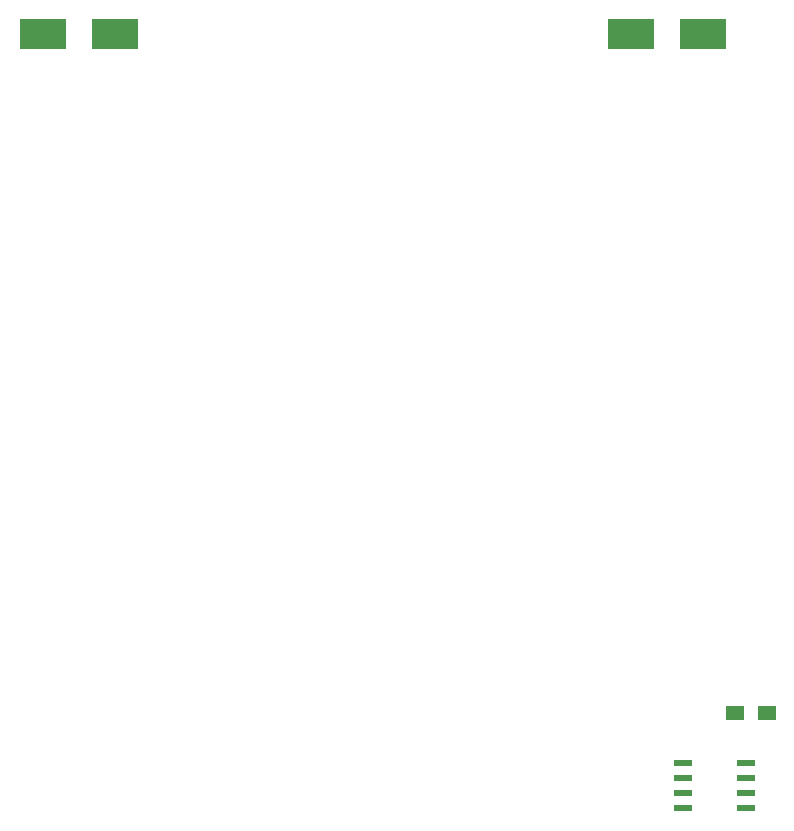
<source format=gtp>
G04 #@! TF.FileFunction,Paste,Top*
%FSLAX46Y46*%
G04 Gerber Fmt 4.6, Leading zero omitted, Abs format (unit mm)*
G04 Created by KiCad (PCBNEW 4.0.7+dfsg1-1~bpo9+1) date Mon Mar  5 23:37:55 2018*
%MOMM*%
%LPD*%
G01*
G04 APERTURE LIST*
%ADD10C,0.100000*%
%ADD11R,1.500000X1.300000*%
%ADD12R,1.550000X0.600000*%
%ADD13R,4.000000X2.500000*%
G04 APERTURE END LIST*
D10*
D11*
X180166000Y-104394000D03*
X177466000Y-104394000D03*
D12*
X173068000Y-108585000D03*
X173068000Y-109855000D03*
X173068000Y-111125000D03*
X173068000Y-112395000D03*
X178468000Y-112395000D03*
X178468000Y-111125000D03*
X178468000Y-109855000D03*
X178468000Y-108585000D03*
D13*
X124968000Y-46908000D03*
X118868000Y-46908000D03*
X168652000Y-46908000D03*
X174752000Y-46908000D03*
M02*

</source>
